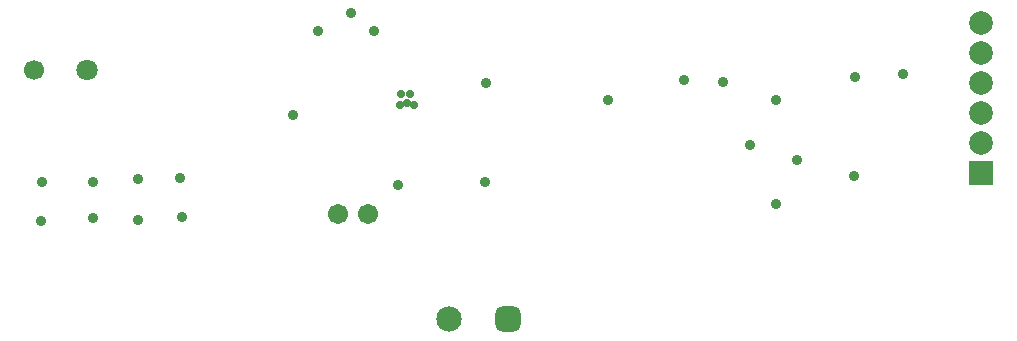
<source format=gbs>
G04*
G04 #@! TF.GenerationSoftware,Altium Limited,Altium Designer,24.2.2 (26)*
G04*
G04 Layer_Color=16711935*
%FSLAX44Y44*%
%MOMM*%
G71*
G04*
G04 #@! TF.SameCoordinates,AEC4A8A8-F976-43A1-B07D-7652D342165A*
G04*
G04*
G04 #@! TF.FilePolarity,Negative*
G04*
G01*
G75*
%ADD54C,2.0032*%
%ADD55R,2.0032X2.0032*%
%ADD56C,1.7000*%
%ADD57C,1.8000*%
%ADD58C,1.7032*%
G04:AMPARAMS|DCode=59|XSize=2.1532mm|YSize=2.1532mm|CornerRadius=0.5891mm|HoleSize=0mm|Usage=FLASHONLY|Rotation=180.000|XOffset=0mm|YOffset=0mm|HoleType=Round|Shape=RoundedRectangle|*
%AMROUNDEDRECTD59*
21,1,2.1532,0.9750,0,0,180.0*
21,1,0.9750,2.1532,0,0,180.0*
1,1,1.1782,-0.4875,0.4875*
1,1,1.1782,0.4875,0.4875*
1,1,1.1782,0.4875,-0.4875*
1,1,1.1782,-0.4875,-0.4875*
%
%ADD59ROUNDEDRECTD59*%
%ADD60C,2.1532*%
%ADD61C,0.7112*%
%ADD62C,0.9032*%
D54*
X1143000Y1052830D02*
D03*
Y1027430D02*
D03*
Y1078230D02*
D03*
Y1103630D02*
D03*
Y1129030D02*
D03*
D55*
Y1002030D02*
D03*
D56*
X341080Y1089660D02*
D03*
D57*
X386080D02*
D03*
D58*
X598170Y967740D02*
D03*
X623570D02*
D03*
D59*
X742550Y878880D02*
D03*
D60*
X692550D02*
D03*
D61*
X659130Y1069340D02*
D03*
X662289Y1059768D02*
D03*
X650811D02*
D03*
X656590Y1061720D02*
D03*
X651510Y1069340D02*
D03*
D62*
X969010Y976320D02*
D03*
X826770Y1064260D02*
D03*
X891540Y1080770D02*
D03*
X924560Y1079500D02*
D03*
X947420Y1026160D02*
D03*
X969010Y1064260D02*
D03*
X986790Y1013460D02*
D03*
X1035050Y999490D02*
D03*
X1036320Y1083310D02*
D03*
X1076960Y1085850D02*
D03*
X723900Y1078230D02*
D03*
X628650Y1122680D02*
D03*
X648970Y991870D02*
D03*
X722630Y994410D02*
D03*
X609600Y1137920D02*
D03*
X581660Y1122680D02*
D03*
X560070Y1051560D02*
D03*
X466090Y965200D02*
D03*
X464820Y998220D02*
D03*
X429260Y962660D02*
D03*
Y996950D02*
D03*
X391160Y963930D02*
D03*
Y994410D02*
D03*
X346710Y961390D02*
D03*
X347980Y994410D02*
D03*
M02*

</source>
